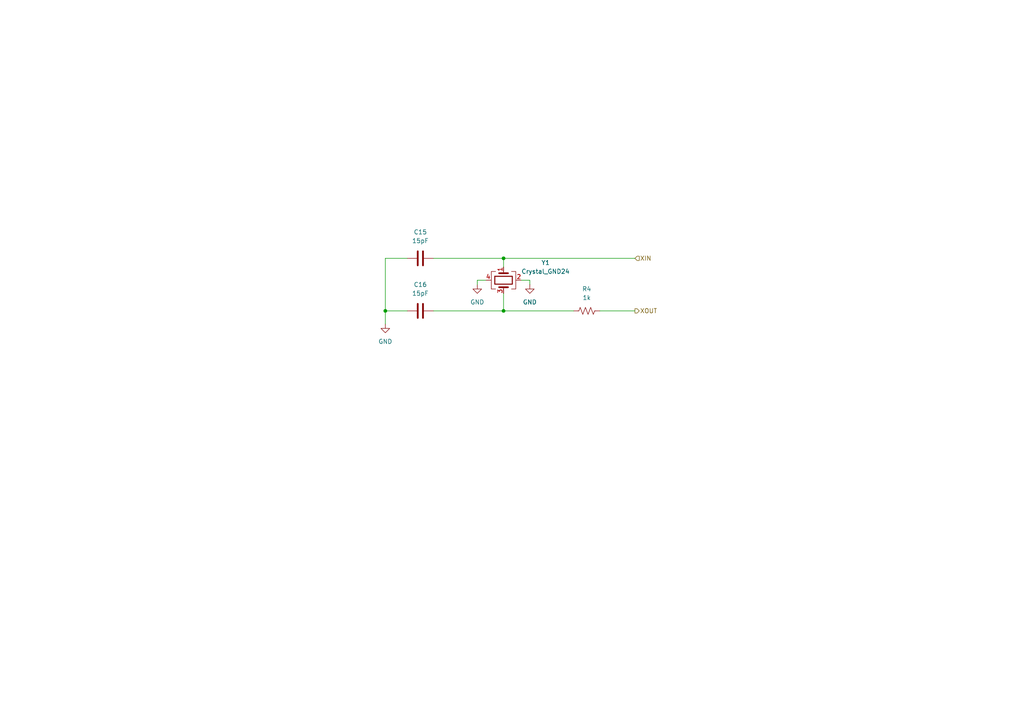
<source format=kicad_sch>
(kicad_sch (version 20250114) (generator "eeschema") (generator_version "9.0")
  (paper "A4")
  (lib_symbols
    (symbol "Device:C" (pin_numbers (hide yes)) (pin_names (offset 0.254))
      (property "Reference" "C" (at 0.635 2.54 0))
      (property "Value" "C" (at 0.635 -2.54 0))
      (symbol "C_0_1"
        (polyline (pts (xy -2.032 0.762) (xy 2.032 0.762)) (stroke (width 0.508)))
        (polyline (pts (xy -2.032 -0.762) (xy 2.032 -0.762)) (stroke (width 0.508)))
      )
      (symbol "C_1_1"
        (pin passive line (at 0 3.81 270) (length 2.794) (name "~") (number "1"))
        (pin passive line (at 0 -3.81 90) (length 2.794) (name "~") (number "2"))
      )
    )
    (symbol "Device:Crystal_GND24" (pin_names (offset 1.016) (hide yes))
      (property "Reference" "Y" (at 3.175 5.08 0))
      (property "Value" "Crystal_GND24" (at 3.175 3.175 0))
      (symbol "Crystal_GND24_0_1"
        (polyline (pts (xy -2.54 2.286) (xy -2.54 3.556) (xy 2.54 3.556) (xy 2.54 2.286)))
        (polyline (pts (xy -2.54 0) (xy -2.032 0)))
        (polyline (pts (xy -2.54 -2.286) (xy -2.54 -3.556) (xy 2.54 -3.556) (xy 2.54 -2.286)))
        (polyline (pts (xy -2.032 -1.27) (xy -2.032 1.27)) (stroke (width 0.508)))
        (rectangle (start -1.143 2.54) (end 1.143 -2.54) (stroke (width 0.3048)))
        (polyline (pts (xy 0 3.556) (xy 0 3.81)))
        (polyline (pts (xy 0 -3.81) (xy 0 -3.556)))
        (polyline (pts (xy 2.032 0) (xy 2.54 0)))
        (polyline (pts (xy 2.032 -1.27) (xy 2.032 1.27)) (stroke (width 0.508)))
      )
      (symbol "Crystal_GND24_1_1"
        (pin passive line (at -3.81 0 0) (length 1.27) (name "1") (number "1"))
        (pin passive line (at 0 5.08 270) (length 1.27) (name "2") (number "2"))
        (pin passive line (at 0 -5.08 90) (length 1.27) (name "4") (number "4"))
        (pin passive line (at 3.81 0 180) (length 1.27) (name "3") (number "3"))
      )
    )
    (symbol "Device:R_US" (pin_numbers (hide yes)) (pin_names (offset 0))
      (property "Reference" "R" (at 2.54 0 90))
      (property "Value" "R_US" (at -2.54 0 90))
      (symbol "R_US_0_1"
        (polyline (pts (xy 0 2.286) (xy 0 2.54)))
        (polyline (pts (xy 0 2.286) (xy 1.016 1.905) (xy 0 1.524) (xy -1.016 1.143) (xy 0 0.762)))
        (polyline (pts (xy 0 0.762) (xy 1.016 0.381) (xy 0 0) (xy -1.016 -0.381) (xy 0 -0.762)))
        (polyline (pts (xy 0 -0.762) (xy 1.016 -1.143) (xy 0 -1.524) (xy -1.016 -1.905) (xy 0 -2.286)))
        (polyline (pts (xy 0 -2.286) (xy 0 -2.54)))
      )
      (symbol "R_US_1_1"
        (pin passive line (at 0 3.81 270) (length 1.27) (name "~") (number "1"))
        (pin passive line (at 0 -3.81 90) (length 1.27) (name "~") (number "2"))
      )
    )
    (symbol "power:GND" (power) (pin_numbers (hide yes)) (pin_names (offset 0) (hide yes))
      (property "Value" "GND" (at 0 -3.81 0))
      (symbol "GND_0_1"
        (polyline (pts (xy 0 0) (xy 0 -1.27) (xy 1.27 -1.27) (xy 0 -2.54) (xy -1.27 -1.27) (xy 0 -1.27)))
      )
      (symbol "GND_1_1"
        (pin power_in line (at 0 0 270) (length 0) (name "~") (number "1"))
      )
    )
  )
  (junction (at 111.76 90.17))
  (junction (at 146.05 74.93))
  (junction (at 146.05 90.17))
  (wire (pts (xy 146.05 85.09) (xy 146.05 90.17)))
  (wire (pts (xy 118.11 90.17) (xy 111.76 90.17)))
  (wire (pts (xy 151.13 81.28) (xy 153.67 81.28)))
  (wire (pts (xy 118.11 74.93) (xy 111.76 74.93)))
  (wire (pts (xy 111.76 90.17) (xy 111.76 93.98)))
  (wire (pts (xy 146.05 74.93) (xy 184.15 74.93)))
  (wire (pts (xy 138.43 81.28) (xy 140.97 81.28)))
  (wire (pts (xy 125.73 74.93) (xy 146.05 74.93)))
  (wire (pts (xy 146.05 77.47) (xy 146.05 74.93)))
  (wire (pts (xy 111.76 74.93) (xy 111.76 90.17)))
  (wire (pts (xy 138.43 82.55) (xy 138.43 81.28)))
  (wire (pts (xy 153.67 81.28) (xy 153.67 82.55)))
  (wire (pts (xy 146.05 90.17) (xy 166.37 90.17)))
  (wire (pts (xy 146.05 90.17) (xy 125.73 90.17)))
  (wire (pts (xy 173.99 90.17) (xy 184.15 90.17)))
  (hierarchical_label "XOUT" (shape output) (at 184.15 90.17 0))
  (hierarchical_label "XIN" (shape input) (at 184.15 74.93 0))
  (symbol (lib_id "power:GND") (at 153.67 82.55 0) (unit 1)
    (property "Reference" "#PWR016" (effects (hide yes)))
    (property "Value" "GND" (at 153.67 87.63 0))
    (property "Description" "Power symbol creates a global label with name \"GND\" , ground" (effects (hide yes)))
  )
  (symbol (lib_id "Device:Crystal_GND24") (at 146.05 81.28 270) (unit 1)
    (property "Reference" "Y1" (at 158.242 76.2 90))
    (property "Value" "Crystal_GND24" (at 158.242 78.74 90))
    (property "Description" "Four pin crystal, GND on pins 2 and 4" (effects (hide yes)))
  )
  (symbol (lib_id "power:GND") (at 138.43 82.55 0) (unit 1)
    (property "Reference" "#PWR015" (effects (hide yes)))
    (property "Value" "GND" (at 138.43 87.63 0))
    (property "Description" "Power symbol creates a global label with name \"GND\" , ground" (effects (hide yes)))
  )
  (symbol (lib_id "Device:C") (at 121.92 74.93 90) (unit 1)
    (property "Reference" "C15" (at 121.92 67.31 90))
    (property "Value" "15pF" (at 121.92 69.85 90))
    (property "Description" "Unpolarized capacitor" (effects (hide yes)))
  )
  (symbol (lib_id "Device:C") (at 121.92 90.17 90) (unit 1)
    (property "Reference" "C16" (at 121.92 82.55 90))
    (property "Value" "15pF" (at 121.92 85.09 90))
    (property "Description" "Unpolarized capacitor" (effects (hide yes)))
  )
  (symbol (lib_id "power:GND") (at 111.76 93.98 0) (unit 1)
    (property "Reference" "#PWR017" (effects (hide yes)))
    (property "Value" "GND" (at 111.76 99.06 0))
    (property "Description" "Power symbol creates a global label with name \"GND\" , ground" (effects (hide yes)))
  )
  (symbol (lib_id "Device:R_US") (at 170.18 90.17 90) (unit 1)
    (property "Reference" "R4" (at 170.18 83.82 90))
    (property "Value" "1k" (at 170.18 86.36 90))
    (property "Description" "Resistor, US symbol" (effects (hide yes)))
  )
)
</source>
